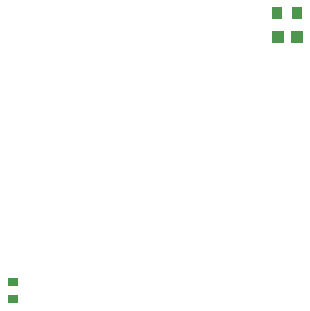
<source format=gtp>
G04 Layer: TopPasteMaskLayer*
G04 EasyEDA v6.5.22, 2022-11-04 13:25:20*
G04 85924a54d7f443bcb71dc3a66c5b611b,5a6b42c53f6a479593ecc07194224c93,10*
G04 Gerber Generator version 0.2*
G04 Scale: 100 percent, Rotated: No, Reflected: No *
G04 Dimensions in millimeters *
G04 leading zeros omitted , absolute positions ,4 integer and 5 decimal *
%FSLAX45Y45*%
%MOMM*%

%ADD10R,0.9000X0.8000*%
%ADD11R,0.8999X1.0000*%
%ADD12R,1.0000X1.1000*%

%LPD*%
D10*
G01*
X1905000Y3155797D03*
G01*
X1905000Y3295802D03*
D11*
G01*
X4144086Y5575300D03*
G01*
X4314088Y5575300D03*
D12*
G01*
X4149090Y5372100D03*
G01*
X4309084Y5372100D03*
M02*

</source>
